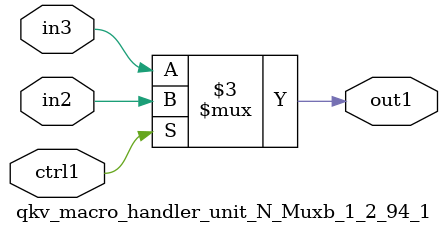
<source format=v>

`timescale 1ps / 1ps


module qkv_macro_handler_unit_N_Muxb_1_2_94_1( in3, in2, ctrl1, out1 );

    input in3;
    input in2;
    input ctrl1;
    output out1;
    reg out1;

    
    // rtl_process:qkv_macro_handler_unit_N_Muxb_1_2_94_1/qkv_macro_handler_unit_N_Muxb_1_2_94_1_thread_1
    always @*
      begin : qkv_macro_handler_unit_N_Muxb_1_2_94_1_thread_1
        case (ctrl1) 
          1'b1: 
            begin
              out1 = in2;
            end
          default: 
            begin
              out1 = in3;
            end
        endcase
      end

endmodule


</source>
